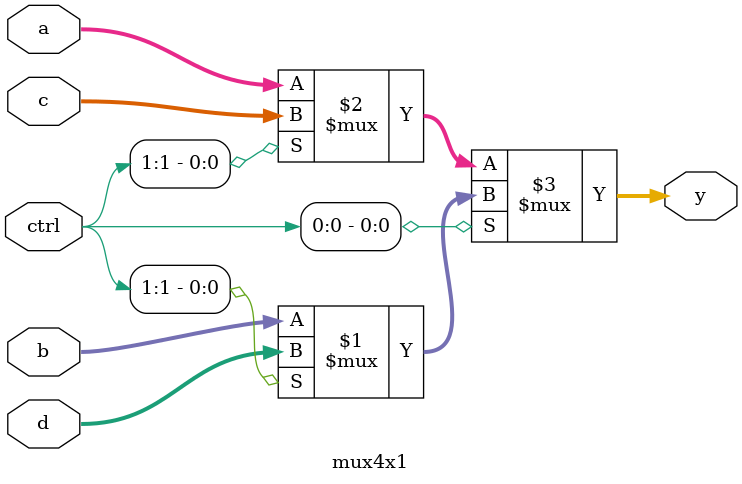
<source format=sv>
module mux4x1 #(parameter WIDTH = 32)
				   (input  logic  [WIDTH-1:0] a,b,c,d,
					 input  logic	[1:0]			ctrl,
					 output logic  [WIDTH-1:0] y);
		
		assign y = ( ctrl[0] ? (ctrl[1] ? d:b):(ctrl[1] ? c:a) );
		
endmodule

</source>
